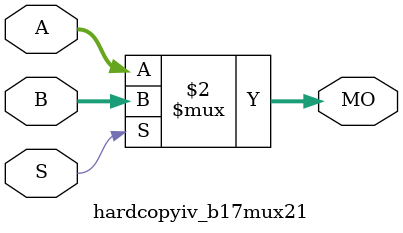
<source format=v>
module hardcopyiv_b17mux21 (MO, A, B, S);
   input [16:0] A, B;
   input 	S;
   output [16:0] MO; 
   assign MO = (S == 1) ? B : A; 
endmodule
</source>
